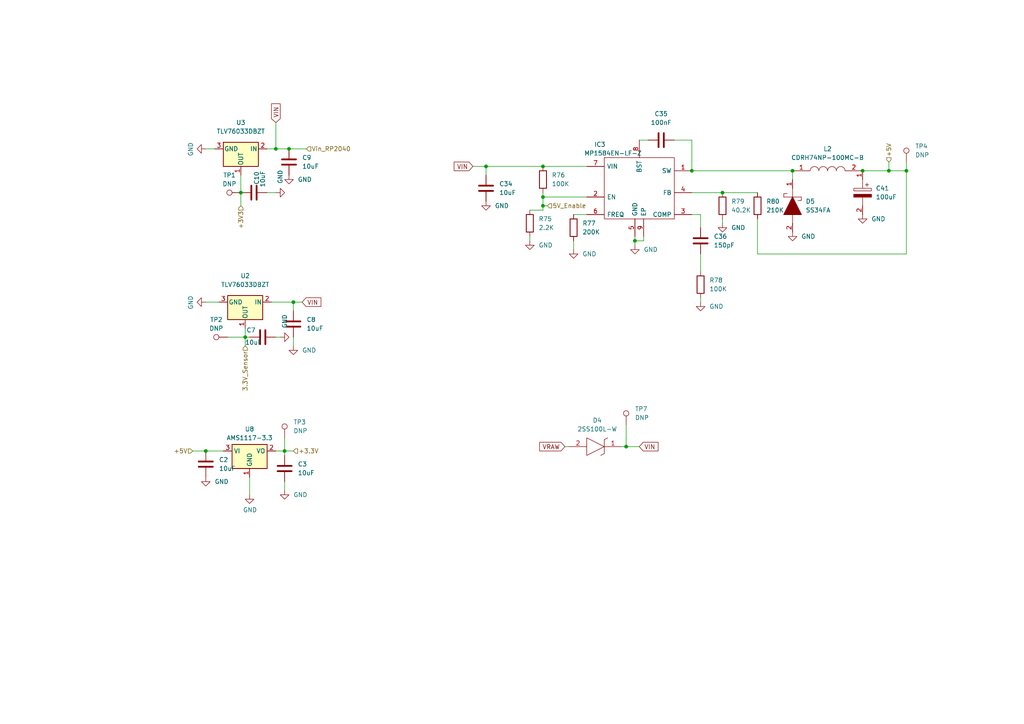
<source format=kicad_sch>
(kicad_sch (version 20231120) (generator "eeschema") (generator_version "8.0")
  (paper "A4")
  (lib_symbols
    (symbol "2SS100LW:2SS100L-W" (pin_names (offset 0.762))
      (property "Reference" "D" (at 10.16 8.89 0))
      (property "Value" "2SS100L-W" (at 10.16 6.35 0))
      (symbol "2SS100L-W_0_0"
        (pin passive line (at 0 0 0) (length 5.08) (name "~") (number "1"))
        (pin passive line (at 15.24 0 180) (length 5.08) (name "~") (number "2"))
      )
      (symbol "2SS100L-W_0_1"
        (polyline (pts (xy 4.064 -2.54) (xy 5.08 -2.032)) (stroke (width 0.1524)))
        (polyline (pts (xy 5.08 2.032) (xy 5.08 -2.032)) (stroke (width 0.1524)))
        (polyline (pts (xy 5.08 2.032) (xy 6.096 2.54)) (stroke (width 0.1524)))
        (polyline (pts (xy 5.08 0) (xy 10.16 2.54) (xy 10.16 -2.54) (xy 5.08 0)) (stroke (width 0.1524)))
      )
    )
    (symbol "CDRH74NP-100MC-B:CDRH74NP-100MC-B" (pin_names (offset 0.762))
      (property "Reference" "L" (at 16.51 6.35 0))
      (property "Value" "CDRH74NP-100MC-B" (at 16.51 3.81 0))
      (symbol "CDRH74NP-100MC-B_0_0"
        (pin passive line (at 0 0 0) (length 5.08) (name "~") (number "1"))
        (pin passive line (at 20.32 0 180) (length 5.08) (name "~") (number "2"))
      )
      (symbol "CDRH74NP-100MC-B_0_1"
        (arc (start 7.62 0) (mid 6.35 1.2202) (end 5.08 0) (stroke (width 0.1524)))
        (arc (start 10.16 0) (mid 8.89 1.2202) (end 7.62 0) (stroke (width 0.1524)))
        (arc (start 12.7 0) (mid 11.43 1.2202) (end 10.16 0) (stroke (width 0.1524)))
        (arc (start 15.24 0) (mid 13.97 1.2202) (end 12.7 0) (stroke (width 0.1524)))
      )
    )
    (symbol "Connector:TestPoint" (pin_numbers hide) (pin_names (offset 0.762) hide)
      (property "Reference" "TP" (at 0 6.858 0))
      (property "Value" "TestPoint" (at 0 5.08 0))
      (symbol "TestPoint_0_1"
        (circle (center 0 3.302) (radius 0.762))
      )
      (symbol "TestPoint_1_1"
        (pin passive line (at 0 0 90) (length 2.54) (name "1") (number "1"))
      )
    )
    (symbol "Device:C" (pin_numbers hide) (pin_names (offset 0.254))
      (property "Reference" "C" (at 0.635 2.54 0))
      (property "Value" "C" (at 0.635 -2.54 0))
      (symbol "C_0_1"
        (polyline (pts (xy -2.032 -0.762) (xy 2.032 -0.762)) (stroke (width 0.508)))
        (polyline (pts (xy -2.032 0.762) (xy 2.032 0.762)) (stroke (width 0.508)))
      )
      (symbol "C_1_1"
        (pin passive line (at 0 3.81 270) (length 2.794) (name "~") (number "1"))
        (pin passive line (at 0 -3.81 90) (length 2.794) (name "~") (number "2"))
      )
    )
    (symbol "Device:R" (pin_numbers hide) (pin_names (offset 0))
      (property "Reference" "R" (at 2.032 0 90))
      (property "Value" "R" (at 0 0 90))
      (symbol "R_0_1"
        (rectangle (start -1.016 -2.54) (end 1.016 2.54) (stroke (width 0.254)))
      )
      (symbol "R_1_1"
        (pin passive line (at 0 3.81 270) (length 1.27) (name "~") (number "1"))
        (pin passive line (at 0 -3.81 90) (length 1.27) (name "~") (number "2"))
      )
    )
    (symbol "LM1117-3.3_1" (pin_names (offset 0.254))
      (property "Reference" "U?" (at 0 7.62 0))
      (property "Value" "TLV76033DBZT" (at 0 5.08 0))
      (symbol "LM1117-3.3_1_0_1"
        (rectangle (start -5.08 -5.08) (end 5.08 1.905) (stroke (width 0.254)) (fill (type background)))
      )
      (symbol "LM1117-3.3_1_1_1"
        (pin power_in line (at 0 -7.62 90) (length 2.54) (name "OUT") (number "1"))
        (pin power_out line (at 7.62 0 180) (length 2.54) (name "IN") (number "2"))
        (pin power_in line (at -7.62 0 0) (length 2.54) (name "GND") (number "3"))
      )
    )
    (symbol "MP1584EN_1" (pin_names (offset 0.762))
      (property "Reference" "IC" (at 26.67 7.62 0))
      (property "Value" "MP1584EN" (at 26.67 5.08 0))
      (symbol "MP1584EN_1_0_0"
        (pin passive line (at 30.48 -1.27 180) (length 5.08) (name "SW") (number "1"))
        (pin passive line (at 0 -8.89 0) (length 5.08) (name "EN") (number "2"))
        (pin passive line (at 30.48 -13.97 180) (length 5.08) (name "COMP") (number "3"))
        (pin passive line (at 30.48 -7.62 180) (length 5.08) (name "FB") (number "4"))
        (pin passive line (at 13.97 -20.32 90) (length 5.08) (name "GND") (number "5"))
        (pin passive line (at 0 -13.97 0) (length 5.08) (name "FREQ") (number "6"))
        (pin passive line (at 0 0 0) (length 5.08) (name "VIN") (number "7"))
        (pin passive line (at 15.24 7.62 270) (length 5.08) (name "BST") (number "8"))
        (pin passive line (at 16.51 -20.32 90) (length 5.08) (name "EP") (number "9"))
      )
      (symbol "MP1584EN_1_0_1"
        (polyline (pts (xy 5.08 2.54) (xy 25.4 2.54) (xy 25.4 -15.24) (xy 5.08 -15.24) (xy 5.08 2.54)) (stroke (width 0.1524)))
      )
    )
    (symbol "Regulator_Linear:AMS1117-3.3"
      (property "Reference" "U" (at -3.81 3.175 0))
      (property "Value" "AMS1117-3.3" (at 0 3.175 0))
      (symbol "AMS1117-3.3_0_1"
        (rectangle (start -5.08 -5.08) (end 5.08 1.905) (stroke (width 0.254)) (fill (type background)))
      )
      (symbol "AMS1117-3.3_1_1"
        (pin power_in line (at 0 -7.62 90) (length 2.54) (name "GND") (number "1"))
        (pin power_out line (at 7.62 0 180) (length 2.54) (name "VO") (number "2"))
        (pin power_in line (at -7.62 0 0) (length 2.54) (name "VI") (number "3"))
      )
    )
    (symbol "SS34FA:SS34FA" (pin_names (offset 0.762))
      (property "Reference" "D" (at 12.7 8.89 0))
      (property "Value" "SS34FA" (at 12.7 6.35 0))
      (symbol "SS34FA_0_0"
        (pin passive line (at 2.54 0 0) (length 2.54) (name "~") (number "1"))
        (pin passive line (at 17.78 0 180) (length 2.54) (name "~") (number "2"))
      )
      (symbol "SS34FA_0_1"
        (polyline (pts (xy 5.08 0) (xy 7.62 0)) (stroke (width 0.1524)))
        (polyline (pts (xy 7.62 2.54) (xy 7.62 -2.54)) (stroke (width 0.1524)))
        (polyline (pts (xy 12.7 0) (xy 15.24 0)) (stroke (width 0.1524)))
        (polyline (pts (xy 7.62 -2.54) (xy 6.604 -2.54) (xy 6.604 -1.524)) (stroke (width 0.1524)))
        (polyline (pts (xy 7.62 2.54) (xy 8.636 2.54) (xy 8.636 1.524)) (stroke (width 0.1524)))
        (polyline (pts (xy 7.62 0) (xy 12.7 2.54) (xy 12.7 -2.54) (xy 7.62 0)) (stroke (width 0.254)) (fill (type outline)))
      )
    )
    (symbol "UWR1A101MCL1GB:UWR1A101MCL1GB" (pin_names (offset 0.762))
      (property "Reference" "C" (at 8.89 6.35 0))
      (property "Value" "UWR1A101MCL1GB" (at 8.89 3.81 0))
      (symbol "UWR1A101MCL1GB_0_0"
        (pin passive line (at 0 0 0) (length 2.54) (name "~") (number "1"))
        (pin passive line (at 12.7 0 180) (length 2.54) (name "~") (number "2"))
      )
      (symbol "UWR1A101MCL1GB_0_1"
        (polyline (pts (xy 2.54 0) (xy 5.08 0)) (stroke (width 0.1524)))
        (polyline (pts (xy 4.064 1.778) (xy 4.064 0.762)) (stroke (width 0.1524)))
        (polyline (pts (xy 4.572 1.27) (xy 3.556 1.27)) (stroke (width 0.1524)))
        (polyline (pts (xy 7.62 0) (xy 10.16 0)) (stroke (width 0.1524)))
        (polyline (pts (xy 5.08 2.54) (xy 5.08 -2.54) (xy 5.842 -2.54) (xy 5.842 2.54) (xy 5.08 2.54)) (stroke (width 0.1524)))
        (polyline (pts (xy 7.62 2.54) (xy 7.62 -2.54) (xy 6.858 -2.54) (xy 6.858 2.54) (xy 7.62 2.54)) (stroke (width 0.254)) (fill (type outline)))
      )
    )
    (symbol "power:GND" (power) (pin_names (offset 0))
      (property "Value" "GND" (at 0 -3.81 0))
      (symbol "GND_0_1"
        (polyline (pts (xy 0 0) (xy 0 -1.27) (xy 1.27 -1.27) (xy 0 -2.54) (xy -1.27 -1.27) (xy 0 -1.27)))
      )
      (symbol "GND_1_1"
        (pin power_in line (at 0 0 270) (length 0) hide (name "GND") (number "1"))
      )
    )
  )
  (junction (at 157.48 59.69))
  (junction (at 200.66 49.53))
  (junction (at 229.87 49.53))
  (junction (at 71.12 97.79))
  (junction (at 59.69 130.81))
  (junction (at 181.61 129.54))
  (junction (at 250.19 49.53))
  (junction (at 82.55 130.81))
  (junction (at 262.89 49.53))
  (junction (at 83.82 43.18))
  (junction (at 85.09 87.63))
  (junction (at 157.48 57.15))
  (junction (at 257.81 49.53))
  (junction (at 157.48 48.26))
  (junction (at 69.85 55.88))
  (junction (at 80.01 43.18))
  (junction (at 184.15 69.85))
  (junction (at 140.97 48.26))
  (junction (at 209.55 55.88))
  (wire (pts (xy 157.48 48.26) (xy 170.18 48.26)))
  (wire (pts (xy 80.01 97.79) (xy 81.28 97.79)))
  (wire (pts (xy 59.69 87.63) (xy 63.5 87.63)))
  (wire (pts (xy 257.81 46.99) (xy 257.81 49.53)))
  (wire (pts (xy 59.69 43.18) (xy 62.23 43.18)))
  (wire (pts (xy 153.67 69.85) (xy 153.67 68.58)))
  (wire (pts (xy 185.42 40.64) (xy 187.96 40.64)))
  (wire (pts (xy 83.82 43.18) (xy 88.9 43.18)))
  (wire (pts (xy 200.66 55.88) (xy 209.55 55.88)))
  (wire (pts (xy 262.89 46.99) (xy 262.89 49.53)))
  (wire (pts (xy 153.67 60.96) (xy 157.48 60.96)))
  (wire (pts (xy 158.75 59.69) (xy 157.48 59.69)))
  (wire (pts (xy 77.47 43.18) (xy 80.01 43.18)))
  (wire (pts (xy 185.42 129.54) (xy 181.61 129.54)))
  (wire (pts (xy 82.55 132.08) (xy 82.55 130.81)))
  (wire (pts (xy 181.61 129.54) (xy 180.34 129.54)))
  (wire (pts (xy 82.55 130.81) (xy 80.01 130.81)))
  (wire (pts (xy 166.37 72.39) (xy 166.37 69.85)))
  (wire (pts (xy 257.81 49.53) (xy 262.89 49.53)))
  (wire (pts (xy 184.15 69.85) (xy 184.15 68.58)))
  (wire (pts (xy 219.71 73.66) (xy 262.89 73.66)))
  (wire (pts (xy 85.09 100.33) (xy 85.09 97.79)))
  (wire (pts (xy 82.55 127) (xy 82.55 130.81)))
  (wire (pts (xy 203.2 62.23) (xy 203.2 66.04)))
  (wire (pts (xy 85.09 130.81) (xy 82.55 130.81)))
  (wire (pts (xy 85.09 90.17) (xy 85.09 87.63)))
  (wire (pts (xy 80.01 35.56) (xy 80.01 43.18)))
  (wire (pts (xy 157.48 57.15) (xy 170.18 57.15)))
  (wire (pts (xy 229.87 52.07) (xy 229.87 49.53)))
  (wire (pts (xy 163.83 129.54) (xy 165.1 129.54)))
  (wire (pts (xy 72.39 97.79) (xy 71.12 97.79)))
  (wire (pts (xy 157.48 57.15) (xy 157.48 55.88)))
  (wire (pts (xy 200.66 40.64) (xy 200.66 49.53)))
  (wire (pts (xy 157.48 59.69) (xy 157.48 57.15)))
  (wire (pts (xy 257.81 49.53) (xy 250.19 49.53)))
  (wire (pts (xy 200.66 62.23) (xy 203.2 62.23)))
  (wire (pts (xy 140.97 48.26) (xy 157.48 48.26)))
  (wire (pts (xy 203.2 87.63) (xy 203.2 86.36)))
  (wire (pts (xy 82.55 139.7) (xy 82.55 142.24)))
  (wire (pts (xy 71.12 100.33) (xy 71.12 97.79)))
  (wire (pts (xy 69.85 59.69) (xy 69.85 55.88)))
  (wire (pts (xy 85.09 87.63) (xy 78.74 87.63)))
  (wire (pts (xy 181.61 123.19) (xy 181.61 129.54)))
  (wire (pts (xy 186.69 68.58) (xy 186.69 69.85)))
  (wire (pts (xy 186.69 69.85) (xy 184.15 69.85)))
  (wire (pts (xy 200.66 49.53) (xy 229.87 49.53)))
  (wire (pts (xy 87.63 87.63) (xy 85.09 87.63)))
  (wire (pts (xy 140.97 50.8) (xy 140.97 48.26)))
  (wire (pts (xy 55.88 130.81) (xy 59.69 130.81)))
  (wire (pts (xy 80.01 55.88) (xy 77.47 55.88)))
  (wire (pts (xy 80.01 43.18) (xy 83.82 43.18)))
  (wire (pts (xy 157.48 60.96) (xy 157.48 59.69)))
  (wire (pts (xy 184.15 71.12) (xy 184.15 69.85)))
  (wire (pts (xy 219.71 63.5) (xy 219.71 73.66)))
  (wire (pts (xy 72.39 143.51) (xy 72.39 138.43)))
  (wire (pts (xy 66.04 97.79) (xy 71.12 97.79)))
  (wire (pts (xy 59.69 130.81) (xy 64.77 130.81)))
  (wire (pts (xy 71.12 97.79) (xy 71.12 95.25)))
  (wire (pts (xy 262.89 73.66) (xy 262.89 49.53)))
  (wire (pts (xy 69.85 50.8) (xy 69.85 55.88)))
  (wire (pts (xy 195.58 40.64) (xy 200.66 40.64)))
  (wire (pts (xy 166.37 62.23) (xy 170.18 62.23)))
  (wire (pts (xy 209.55 64.77) (xy 209.55 63.5)))
  (wire (pts (xy 137.16 48.26) (xy 140.97 48.26)))
  (wire (pts (xy 209.55 55.88) (xy 219.71 55.88)))
  (wire (pts (xy 203.2 78.74) (xy 203.2 73.66)))
  (global_label "VIN" (shape input) (at 87.63 87.63 0) (property "Intersheetrefs" "${INTERSHEET_REFS}" (effects (hide yes))))
  (global_label "VIN" (shape input) (at 137.16 48.26 180) (property "Intersheetrefs" "${INTERSHEET_REFS}" (effects (hide yes))))
  (global_label "VRAW" (shape input) (at 163.83 129.54 180) (property "Intersheetrefs" "${INTERSHEET_REFS}" (effects (hide yes))))
  (global_label "VIN" (shape input) (at 185.42 129.54 0) (property "Intersheetrefs" "${INTERSHEET_REFS}" (effects (hide yes))))
  (global_label "VIN" (shape input) (at 80.01 35.56 90) (property "Intersheetrefs" "${INTERSHEET_REFS}" (effects (hide yes))))
  (hierarchical_label "+3V3" (shape input) (at 69.85 59.69 270))
  (hierarchical_label "Vin_RP2040" (shape input) (at 88.9 43.18 0))
  (hierarchical_label "+5V" (shape input) (at 257.81 46.99 90))
  (hierarchical_label "+5V" (shape input) (at 55.88 130.81 180))
  (hierarchical_label "+3.3V" (shape input) (at 85.09 130.81 0))
  (hierarchical_label "3.3V_Sensor" (shape input) (at 71.12 100.33 270))
  (hierarchical_label "5V_Enable" (shape input) (at 158.75 59.69 0))
  (symbol (lib_id "power:GND") (at 59.69 87.63 270) (unit 1)
    (property "Reference" "#PWR0125" (effects (hide yes)))
    (property "Value" "GND" (at 55.2958 87.757 0))
  )
  (symbol (lib_id "power:GND") (at 59.69 138.43 0) (unit 1)
    (property "Reference" "#PWR034" (effects (hide yes)))
    (property "Value" "GND" (at 62.23 139.6999 0) (effects (justify left)))
  )
  (symbol (lib_id "Device:C") (at 83.82 46.99 180) (unit 1)
    (property "Reference" "C9" (at 87.63 45.72 0) (effects (justify right)))
    (property "Value" "10uF" (at 87.63 48.26 0) (effects (justify right)))
    (property "Footprint" "Capacitor_SMD:C_0603_1608Metric" (effects (hide yes)))
  )
  (symbol (lib_id "power:GND") (at 59.69 43.18 270) (unit 1)
    (property "Reference" "#PWR0124" (effects (hide yes)))
    (property "Value" "GND" (at 55.2958 43.307 0))
  )
  (symbol (lib_id "power:GND") (at 80.01 55.88 90) (unit 1)
    (property "Reference" "#PWR024" (effects (hide yes)))
    (property "Value" "GND" (at 81.2799 53.34 0) (effects (justify left)))
  )
  (symbol (lib_id "UWR1A101MCL1GB:UWR1A101MCL1GB") (at 250.19 49.53 270) (unit 1)
    (property "Reference" "C41" (at 254 54.61 90) (effects (justify left)))
    (property "Value" "100uF" (at 254 57.15 90) (effects (justify left)))
    (property "Footprint" "Library:RST100UF10V002" (effects (hide yes)))
    (property "Datasheet" "https://datasheet.lcsc.com/lcsc/2207221830_KNSCHA-RST100UF10V002_C4747962.pdf" (effects (hide yes)))
    (property "Description" "10V 100uF ±20% 39mA@120Hz SMD,D5xL5.4mm Aluminum Electrolytic Capacitors - SMD ROHS" (effects (hide yes)))
  )
  (symbol (lib_name "MP1584EN_1") (lib_id "MP1584:MP1584EN") (at 170.18 48.26 0) (unit 1)
    (property "Reference" "IC3" (at 173.99 41.91 0))
    (property "Value" "MP1584EN-LF-Z" (at 177.8 44.45 0))
    (property "Footprint" "Library:SOIC127P600X170-9N" (effects (hide yes)))
    (property "Description" "Switching Voltage Regulators 3A 1.5MHz 28V Nonsync Buck" (effects (hide yes)))
    (property "Height" "1.7" (effects (hide yes)))
    (property "Manufacturer_Name" "Monolithic Power Systems (MPS)" (effects (hide yes)))
    (property "MPN" "MP1584EN-LF-Z" (effects (hide yes)))
    (property "Link" "https://www.digikey.com/en/products/detail/monolithic-power-systems-inc/MP1584EN-LF-Z/5291742" (effects (hide yes)))
  )
  (symbol (lib_id "power:GND") (at 140.97 58.42 0) (unit 1)
    (property "Reference" "#PWR026" (effects (hide yes)))
    (property "Value" "GND" (at 143.51 59.6899 0) (effects (justify left)))
  )
  (symbol (lib_id "Device:C") (at 59.69 134.62 180) (unit 1)
    (property "Reference" "C2" (at 63.5 133.35 0) (effects (justify right)))
    (property "Value" "10uF" (at 63.5 135.89 0) (effects (justify right)))
    (property "Footprint" "Capacitor_SMD:C_0603_1608Metric" (effects (hide yes)))
  )
  (symbol (lib_id "CDRH74NP-100MC-B:CDRH74NP-100MC-B") (at 229.87 49.53 0) (unit 1)
    (property "Reference" "L2" (at 240.03 43.18 0))
    (property "Value" "CDRH74NP-100MC-B" (at 240.03 45.72 0))
    (property "Footprint" "CDRH74NP-100MC-B:CDRH74NP100MCB" (effects (hide yes)))
    (property "Datasheet" "http://products.sumida.com/products/pdf/CDRH74.pdf" (effects (hide yes)))
    (property "Description" "Fixed Inductors 10uH 1.84A" (effects (hide yes)))
    (property "Height" "4" (effects (hide yes)))
    (property "Manufacturer_Name" "Sumida" (effects (hide yes)))
    (property "Manufacturer_Part_Number" "CDRH74NP-100MC-B" (effects (hide yes)))
    (property "Mouser Part Number" "851-CDRH74NP-100MC" (effects (hide yes)))
    (property "Mouser Price/Stock" "https://www.mouser.co.uk/ProductDetail/Sumida/CDRH74NP-100MC-B?qs=h1my64dUWNoRI4K4Qg6oOQ%3D%3D" (effects (hide yes)))
    (property "Arrow Part Number" "CDRH74NP-100MC-B" (effects (hide yes)))
    (property "Arrow Price/Stock" "https://www.arrow.com/en/products/cdrh74np-100mc-b/sumida?region=nac" (effects (hide yes)))
    (property "MPN" "B2B-PH-K" (effects (hide yes)))
  )
  (symbol (lib_name "LM1117-3.3_1") (lib_id "Regulator_Linear:LM1117-3.3") (at 69.85 43.18 0) (unit 1)
    (property "Reference" "U3" (at 69.85 35.56 0))
    (property "Value" "TLV76033DBZT" (at 69.85 38.1 0))
    (property "Footprint" "Package_TO_SOT_SMD:SOT-23" (effects (hide yes)))
    (property "Datasheet" "http://www.ti.com/lit/ds/symlink/lm1117.pdf" (effects (hide yes)))
    (property "Link" "https://www.lcsc.com/product-detail/Linear-Voltage-Regulators-LDO_Texas-Instruments-TLV76033DBZT_C133791.html" (effects (hide yes)))
    (property "MPN" "TLV76033DBZT" (effects (hide yes)))
  )
  (symbol (lib_id "Device:R") (at 166.37 66.04 0) (unit 1)
    (property "Reference" "R77" (at 168.91 64.77 0) (effects (justify left)))
    (property "Value" "200K" (at 168.91 67.31 0) (effects (justify left)))
    (property "Footprint" "Resistor_SMD:R_0603_1608Metric" (effects (hide yes)))
  )
  (symbol (lib_id "Connector:TestPoint") (at 262.89 46.99 0) (unit 1)
    (property "Reference" "TP4" (at 265.43 42.418 0) (effects (justify left)))
    (property "Value" "DNP" (at 265.43 44.958 0) (effects (justify left)))
    (property "Footprint" "TestPoint:TestPoint_Pad_D1.0mm" (effects (hide yes)))
    (property "Description" "test point" (effects (hide yes)))
  )
  (symbol (lib_id "Device:C") (at 82.55 135.89 180) (unit 1)
    (property "Reference" "C3" (at 86.36 134.62 0) (effects (justify right)))
    (property "Value" "10uF" (at 86.36 137.16 0) (effects (justify right)))
    (property "Footprint" "Capacitor_SMD:C_0603_1608Metric" (effects (hide yes)))
  )
  (symbol (lib_id "power:GND") (at 153.67 69.85 0) (unit 1)
    (property "Reference" "#PWR027" (effects (hide yes)))
    (property "Value" "GND" (at 156.21 71.1199 0) (effects (justify left)))
  )
  (symbol (lib_id "Device:R") (at 153.67 64.77 0) (unit 1)
    (property "Reference" "R75" (at 156.21 63.5 0) (effects (justify left)))
    (property "Value" "2.2K" (at 156.21 66.04 0) (effects (justify left)))
    (property "Footprint" "Resistor_SMD:R_0603_1608Metric" (effects (hide yes)))
  )
  (symbol (lib_id "power:GND") (at 250.19 62.23 0) (unit 1)
    (property "Reference" "#PWR043" (effects (hide yes)))
    (property "Value" "GND" (at 252.73 63.4999 0) (effects (justify left)))
  )
  (symbol (lib_id "Device:C") (at 73.66 55.88 270) (unit 1)
    (property "Reference" "C10" (at 74.422 53.594 0) (effects (justify right)))
    (property "Value" "10uF" (at 76.2 54.356 0) (effects (justify right)))
    (property "Footprint" "Capacitor_SMD:C_0603_1608Metric" (effects (hide yes)))
  )
  (symbol (lib_id "power:GND") (at 81.28 97.79 90) (unit 1)
    (property "Reference" "#PWR021" (effects (hide yes)))
    (property "Value" "GND" (at 82.5499 95.25 0) (effects (justify left)))
  )
  (symbol (lib_id "power:GND") (at 83.82 50.8 0) (unit 1)
    (property "Reference" "#PWR023" (effects (hide yes)))
    (property "Value" "GND" (at 86.36 52.0699 0) (effects (justify left)))
  )
  (symbol (lib_id "Regulator_Linear:AMS1117-3.3") (at 72.39 130.81 0) (unit 1)
    (property "Reference" "U8" (at 72.39 124.46 0))
    (property "Value" "AMS1117-3.3" (at 72.39 127 0))
    (property "Footprint" "Package_TO_SOT_SMD:SOT-223-3_TabPin2" (effects (hide yes)))
    (property "Datasheet" "http://www.advanced-monolithic.com/pdf/ds1117.pdf" (effects (hide yes)))
    (property "Description" "1A Low Dropout regulator, positive, 3.3V fixed output, SOT-223" (effects (hide yes)))
    (property "Link" "https://www.lcsc.com/product-detail/Linear-Voltage-Regulators-LDO_UMW-Youtai-Semiconductor-Co-Ltd-AMS1117-3-3_C347222.html" (effects (hide yes)))
    (property "MPN" "AMS1117-3.3" (effects (hide yes)))
  )
  (symbol (lib_id "power:GND") (at 72.39 143.51 0) (unit 1)
    (property "Reference" "#PWR033" (effects (hide yes)))
    (property "Value" "GND" (at 72.517 147.9042 0))
  )
  (symbol (lib_id "Device:C") (at 85.09 93.98 180) (unit 1)
    (property "Reference" "C8" (at 88.9 92.71 0) (effects (justify right)))
    (property "Value" "10uF" (at 88.9 95.25 0) (effects (justify right)))
    (property "Footprint" "Capacitor_SMD:C_0603_1608Metric" (effects (hide yes)))
  )
  (symbol (lib_id "power:GND") (at 229.87 67.31 0) (unit 1)
    (property "Reference" "#PWR032" (effects (hide yes)))
    (property "Value" "GND" (at 232.41 68.5799 0) (effects (justify left)))
  )
  (symbol (lib_id "Device:R") (at 219.71 59.69 0) (unit 1)
    (property "Reference" "R80" (at 222.25 58.42 0) (effects (justify left)))
    (property "Value" "210K" (at 222.25 60.96 0) (effects (justify left)))
    (property "Footprint" "Resistor_SMD:R_0603_1608Metric" (effects (hide yes)))
  )
  (symbol (lib_id "Connector:TestPoint") (at 181.61 123.19 0) (unit 1)
    (property "Reference" "TP7" (at 184.15 118.6179 0) (effects (justify left)))
    (property "Value" "DNP" (at 184.15 121.1579 0) (effects (justify left)))
    (property "Footprint" "TestPoint:TestPoint_Pad_D1.0mm" (effects (hide yes)))
    (property "Description" "test point" (effects (hide yes)))
  )
  (symbol (lib_id "Device:C") (at 76.2 97.79 270) (unit 1)
    (property "Reference" "C7" (at 74.168 95.758 90) (effects (justify right)))
    (property "Value" "10uF" (at 75.946 99.314 90) (effects (justify right)))
    (property "Footprint" "Capacitor_SMD:C_0603_1608Metric" (effects (hide yes)))
  )
  (symbol (lib_id "Connector:TestPoint") (at 69.85 55.88 90) (unit 1)
    (property "Reference" "TP1" (at 66.548 50.8 90))
    (property "Value" "DNP" (at 66.548 53.34 90))
    (property "Footprint" "TestPoint:TestPoint_Pad_D1.0mm" (effects (hide yes)))
    (property "Description" "test point" (effects (hide yes)))
  )
  (symbol (lib_id "2SS100LW:2SS100L-W") (at 180.34 129.54 180) (unit 1)
    (property "Reference" "D4" (at 173.228 121.92 0))
    (property "Value" "2SS100L-W" (at 173.228 124.46 0))
    (property "Footprint" "Library:2SS100LW" (effects (hide yes)))
    (property "Datasheet" "https://componentsearchengine.com/Datasheets/1/2SS100L-W.pdf" (effects (hide yes)))
    (property "Description" "Schottky Diodes & Rectifiers 100V 2A SM SCHOTTKY Barrier Rectifier" (effects (hide yes)))
    (property "Height" "1" (effects (hide yes)))
    (property "Manufacturer_Name" "Rectron" (effects (hide yes)))
    (property "Manufacturer_Part_Number" "2SS100L-W" (effects (hide yes)))
    (property "Mouser Part Number" "583-2SS100L-W" (effects (hide yes)))
    (property "Mouser Price/Stock" "https://www.mouser.co.uk/ProductDetail/Rectron/2SS100L-W?qs=5aG0NVq1C4wsv0OtzLcEnw%3D%3D" (effects (hide yes)))
    (property "Arrow Part Number" "2SS100L-W" (effects (hide yes)))
    (property "Arrow Price/Stock" "https://www.arrow.com/en/products/2ss100l-w/rectron?region=nac" (effects (hide yes)))
    (property "Link" "https://www.mouser.com.tr/ProductDetail/Rectron/2SS100L-W?qs=5aG0NVq1C4wsv0OtzLcEnw%3D%3D" (effects (hide yes)))
    (property "MPN" "2SS100L-W" (effects (hide yes)))
  )
  (symbol (lib_id "power:GND") (at 184.15 71.12 0) (unit 1)
    (property "Reference" "#PWR029" (effects (hide yes)))
    (property "Value" "GND" (at 186.69 72.3899 0) (effects (justify left)))
  )
  (symbol (lib_id "SS34FA:SS34FA") (at 229.87 49.53 270) (unit 1)
    (property "Reference" "D5" (at 233.68 58.42 90) (effects (justify left)))
    (property "Value" "SS34FA" (at 233.68 60.96 90) (effects (justify left)))
    (property "Footprint" "SODFL3618X143N" (effects (hide yes)))
    (property "Datasheet" "http://www.onsemi.com/pub/Collateral/SS36FA-D.pdf" (effects (hide yes)))
    (property "Description" "ON SEMICONDUCTOR - SS34FA - SCHOTTKY RECT, AEC-Q101, 40V, SOD-123FA" (effects (hide yes)))
    (property "Height" "1.43" (effects (hide yes)))
    (property "Manufacturer_Name" "onsemi" (effects (hide yes)))
    (property "Manufacturer_Part_Number" "SS34FA" (effects (hide yes)))
    (property "Mouser Part Number" "512-SS34FA" (effects (hide yes)))
    (property "Mouser Price/Stock" "https://www.mouser.co.uk/ProductDetail/ON-Semiconductor-Fairchild/SS34FA?qs=R26iFe%2FkX%2FK1QUwZdCmBBw%3D%3D" (effects (hide yes)))
    (property "Arrow Part Number" "SS34FA" (effects (hide yes)))
    (property "Arrow Price/Stock" "https://www.arrow.com/en/products/ss34fa/on-semiconductor?region=nac" (effects (hide yes)))
    (property "Link" "https://www.lcsc.com/product-detail/Schottky-Barrier-Diodes-SBD_onsemi-SS34FA_C719833.html" (effects (hide yes)))
    (property "MPN" "SS34FA" (effects (hide yes)))
  )
  (symbol (lib_id "Device:C") (at 203.2 69.85 180) (unit 1)
    (property "Reference" "C36" (at 207.01 68.58 0) (effects (justify right)))
    (property "Value" "150pF" (at 207.01 71.12 0) (effects (justify right)))
    (property "Footprint" "Capacitor_SMD:C_0603_1608Metric" (effects (hide yes)))
  )
  (symbol (lib_id "power:GND") (at 209.55 64.77 0) (unit 1)
    (property "Reference" "#PWR031" (effects (hide yes)))
    (property "Value" "GND" (at 212.09 66.0399 0) (effects (justify left)))
  )
  (symbol (lib_id "Connector:TestPoint") (at 66.04 97.79 90) (unit 1)
    (property "Reference" "TP2" (at 62.738 92.71 90))
    (property "Value" "DNP" (at 62.738 95.25 90))
    (property "Footprint" "TestPoint:TestPoint_Pad_D1.0mm" (effects (hide yes)))
    (property "Description" "test point" (effects (hide yes)))
  )
  (symbol (lib_id "power:GND") (at 166.37 72.39 0) (unit 1)
    (property "Reference" "#PWR028" (effects (hide yes)))
    (property "Value" "GND" (at 168.91 73.6599 0) (effects (justify left)))
  )
  (symbol (lib_id "Device:R") (at 157.48 52.07 0) (unit 1)
    (property "Reference" "R76" (at 160.02 50.8 0) (effects (justify left)))
    (property "Value" "100K" (at 160.02 53.34 0) (effects (justify left)))
    (property "Footprint" "Resistor_SMD:R_0603_1608Metric" (effects (hide yes)))
  )
  (symbol (lib_id "power:GND") (at 85.09 100.33 0) (unit 1)
    (property "Reference" "#PWR022" (effects (hide yes)))
    (property "Value" "GND" (at 87.63 101.5999 0) (effects (justify left)))
  )
  (symbol (lib_id "Device:R") (at 209.55 59.69 0) (unit 1)
    (property "Reference" "R79" (at 212.09 58.42 0) (effects (justify left)))
    (property "Value" "40.2K" (at 212.09 60.96 0) (effects (justify left)))
    (property "Footprint" "Resistor_SMD:R_0603_1608Metric" (effects (hide yes)))
  )
  (symbol (lib_id "Device:R") (at 203.2 82.55 0) (unit 1)
    (property "Reference" "R78" (at 205.74 81.28 0) (effects (justify left)))
    (property "Value" "100K" (at 205.74 83.82 0) (effects (justify left)))
    (property "Footprint" "Resistor_SMD:R_0603_1608Metric" (effects (hide yes)))
  )
  (symbol (lib_id "Connector:TestPoint") (at 82.55 127 0) (unit 1)
    (property "Reference" "TP3" (at 85.09 122.4279 0) (effects (justify left)))
    (property "Value" "DNP" (at 85.09 124.9679 0) (effects (justify left)))
    (property "Footprint" "TestPoint:TestPoint_Pad_D1.0mm" (effects (hide yes)))
    (property "Description" "test point" (effects (hide yes)))
  )
  (symbol (lib_id "power:GND") (at 203.2 87.63 0) (unit 1)
    (property "Reference" "#PWR030" (effects (hide yes)))
    (property "Value" "GND" (at 205.74 88.8999 0) (effects (justify left)))
  )
  (symbol (lib_id "Device:C") (at 191.77 40.64 270) (unit 1)
    (property "Reference" "C35" (at 191.77 33.02 90))
    (property "Value" "100nF" (at 191.77 35.56 90))
    (property "Footprint" "Capacitor_SMD:C_0603_1608Metric" (effects (hide yes)))
  )
  (symbol (lib_id "power:GND") (at 82.55 142.24 0) (unit 1)
    (property "Reference" "#PWR035" (effects (hide yes)))
    (property "Value" "GND" (at 85.09 143.5099 0) (effects (justify left)))
  )
  (symbol (lib_name "LM1117-3.3_1") (lib_id "Regulator_Linear:LM1117-3.3") (at 71.12 87.63 0) (unit 1)
    (property "Reference" "U2" (at 71.12 80.01 0))
    (property "Value" "TLV76033DBZT" (at 71.12 82.55 0))
    (property "Footprint" "Package_TO_SOT_SMD:SOT-23" (effects (hide yes)))
    (property "Datasheet" "http://www.ti.com/lit/ds/symlink/lm1117.pdf" (effects (hide yes)))
    (property "Link" "https://www.lcsc.com/product-detail/Linear-Voltage-Regulators-LDO_Texas-Instruments-TLV76033DBZT_C133791.html" (effects (hide yes)))
    (property "MPN" "TLV76033DBZT" (effects (hide yes)))
  )
  (symbol (lib_id "Device:C") (at 140.97 54.61 180) (unit 1)
    (property "Reference" "C34" (at 144.78 53.34 0) (effects (justify right)))
    (property "Value" "10uF" (at 144.78 55.88 0) (effects (justify right)))
    (property "Footprint" "Capacitor_SMD:C_0603_1608Metric" (effects (hide yes)))
  )
)
</source>
